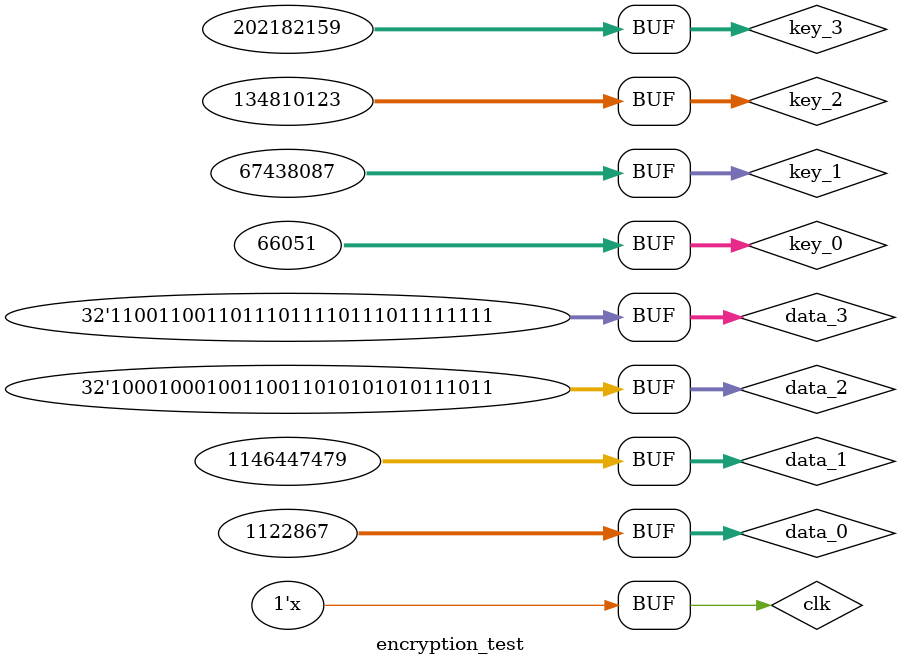
<source format=v>
`timescale 1ns / 1ns
module encryption_test();
    reg clk;
    reg [31:0] data_0, data_1, data_2, data_3, key_0, key_1, key_2, key_3;
    wire [31:0] dout_0, dout_1, dout_2, dout_3;


	 aes main (clk, data_0, data_1, data_2, data_3, key_0, key_1, key_2, key_3, dout_0, dout_1, dout_2, dout_3);

    always #10 
        clk =~clk;

    initial begin
  
        clk = 0;
        #20
        key_0 = 32'h 00010203; 
		  key_1 = 32'h 04050607; 
		  key_2 = 32'h 08090a0b; 
		  key_3 = 32'h 0c0d0e0f;
		  
        data_0 = 32'h 00112233;
		  data_1 = 32'h 44556677;
		  data_2 = 32'h 8899aabb; 
		  data_3 = 32'h ccddeeff;
    end           
endmodule
</source>
